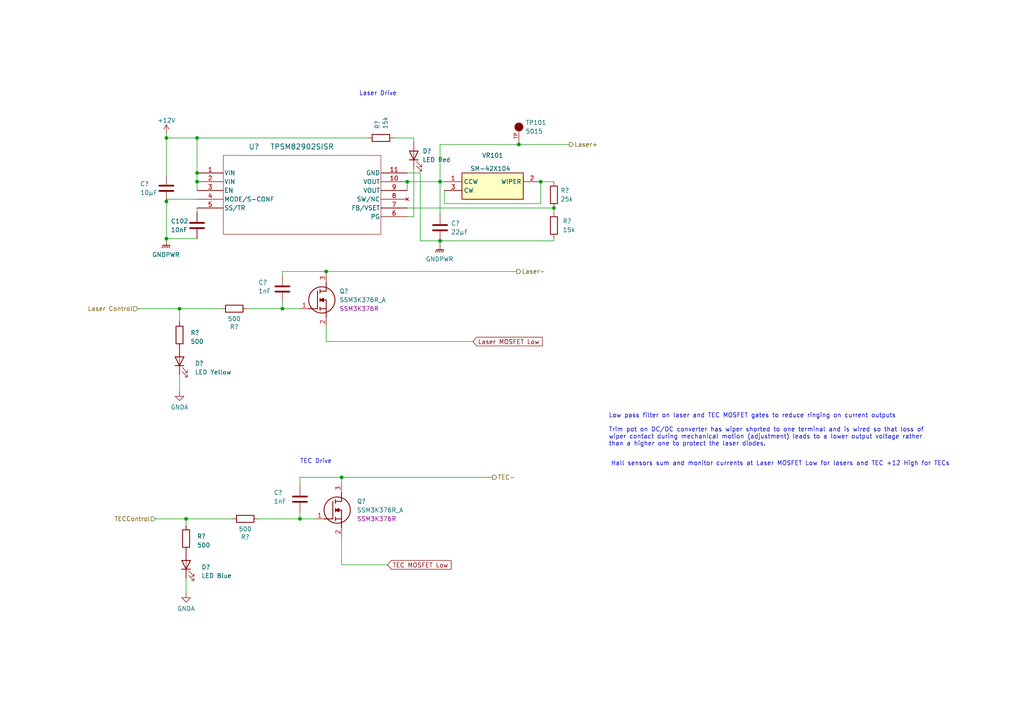
<source format=kicad_sch>
(kicad_sch (version 20230121) (generator eeschema)
  (paper "A4")
  (title_block (rev "NT-0110A"))
  (lib_symbols
    (symbol "Device:C" (pin_numbers hide) (pin_names (offset 0.254))
      (property "Reference" "C" (at 0.635 2.54 0))
      (property "Value" "C" (at 0.635 -2.54 0))
      (symbol "C_0_1"
        (polyline (pts (xy -2.032 -0.762) (xy 2.032 -0.762)) (stroke (width 0.508)))
        (polyline (pts (xy -2.032 0.762) (xy 2.032 0.762)) (stroke (width 0.508)))
      )
      (symbol "C_1_1"
        (pin passive line (at 0 3.81 270) (length 2.794) (name "~") (number "1"))
        (pin passive line (at 0 -3.81 90) (length 2.794) (name "~") (number "2"))
      )
    )
    (symbol "Device:LED" (pin_numbers hide) (pin_names (offset 1.016) hide)
      (property "Reference" "D" (at 0 2.54 0))
      (property "Value" "LED" (at 0 -2.54 0))
      (symbol "LED_0_1"
        (polyline (pts (xy -1.27 -1.27) (xy -1.27 1.27)) (stroke (width 0.254)))
        (polyline (pts (xy -1.27 0) (xy 1.27 0)))
        (polyline (pts (xy 1.27 -1.27) (xy 1.27 1.27) (xy -1.27 0) (xy 1.27 -1.27)) (stroke (width 0.254)))
        (polyline (pts (xy -3.048 -0.762) (xy -4.572 -2.286) (xy -3.81 -2.286) (xy -4.572 -2.286) (xy -4.572 -1.524)))
        (polyline (pts (xy -1.778 -0.762) (xy -3.302 -2.286) (xy -2.54 -2.286) (xy -3.302 -2.286) (xy -3.302 -1.524)))
      )
      (symbol "LED_1_1"
        (pin passive line (at -3.81 0 0) (length 2.54) (name "K") (number "1"))
        (pin passive line (at 3.81 0 180) (length 2.54) (name "A") (number "2"))
      )
    )
    (symbol "Device:R" (pin_numbers hide) (pin_names (offset 0))
      (property "Reference" "R" (at 2.032 0 90))
      (property "Value" "R" (at 0 0 90))
      (symbol "R_0_1"
        (rectangle (start -1.016 -2.54) (end 1.016 2.54) (stroke (width 0.254)))
      )
      (symbol "R_1_1"
        (pin passive line (at 0 3.81 270) (length 1.27) (name "~") (number "1"))
        (pin passive line (at 0 -3.81 90) (length 1.27) (name "~") (number "2"))
      )
    )
    (symbol "Global_Symbol_Library:5015" (pin_names (offset 1.016))
      (property "Reference" "TP" (at -2.54 2.54 0))
      (property "Value" "5015" (at -2.54 -3.81 0))
      (symbol "5015_0_0"
        (circle (center 0 0) (radius 0.635) (stroke (width 1.27)))
        (pin passive line (at -5.08 0 0) (length 5.08) (name "~") (number "TP"))
      )
    )
    (symbol "Global_Symbol_Library:SM-42X104"
      (property "Reference" "VR" (at 24.13 7.62 0))
      (property "Value" "SM-42X104" (at 24.13 5.08 0))
      (symbol "SM-42X104_1_1"
        (rectangle (start 5.08 2.54) (end 22.86 -5.08) (stroke (width 0.254)) (fill (type background)))
        (pin passive line (at 0 0 0) (length 5.08) (name "CCW") (number "1"))
        (pin passive line (at 27.94 0 180) (length 5.08) (name "WIPER") (number "2"))
        (pin passive line (at 0 -2.54 0) (length 5.08) (name "CW") (number "3"))
      )
    )
    (symbol "Global_Symbol_Library:SSM3K376R_A" (pin_names hide)
      (property "Reference" "Q7" (at 10.922 4.6431 0))
      (property "Value" "SSM3K376R_A" (at 10.922 2.1062 0))
      (property "Value_1" "SSM3K376R" (at 10.922 -0.4307 0))
      (symbol "SSM3K376R_A_1_1"
        (polyline (pts (xy 2.54 0) (xy 5.08 0)) (stroke (width 0.254)))
        (polyline (pts (xy 5.08 5.08) (xy 5.08 0)) (stroke (width 0.254)))
        (polyline (pts (xy 5.842 -0.508) (xy 5.842 0.508)) (stroke (width 0.254)))
        (polyline (pts (xy 5.842 0) (xy 7.62 0)) (stroke (width 0.254)))
        (polyline (pts (xy 5.842 2.032) (xy 5.842 3.048)) (stroke (width 0.254)))
        (polyline (pts (xy 5.842 5.588) (xy 5.842 4.572)) (stroke (width 0.254)))
        (polyline (pts (xy 7.62 2.54) (xy 5.842 2.54)) (stroke (width 0.254)))
        (polyline (pts (xy 7.62 2.54) (xy 7.62 -2.54)) (stroke (width 0.254)))
        (polyline (pts (xy 7.62 5.08) (xy 5.842 5.08)) (stroke (width 0.254)))
        (polyline (pts (xy 7.62 5.08) (xy 7.62 7.62)) (stroke (width 0.254)))
        (polyline (pts (xy 5.842 2.54) (xy 6.858 3.048) (xy 6.858 2.032) (xy 5.842 2.54)) (stroke (width 0.254)) (fill (type outline)))
        (circle (center 6.35 2.54) (radius 3.81) (stroke (width 0.254)))
        (pin passive line (at 0 0 0) (length 2.54) (name "G") (number "1"))
        (pin passive line (at 7.62 -5.08 90) (length 2.54) (name "S") (number "2"))
        (pin passive line (at 7.62 10.16 270) (length 2.54) (name "D") (number "3"))
      )
    )
    (symbol "Global_Symbol_Library:TPSM82902SISR_Mod" (pin_names (offset 0.254))
      (property "Reference" "U6" (at 30.48 10.16 0))
      (property "Value" "TPSM82902SISR" (at 30.48 7.62 0))
      (symbol "TPSM82902SISR_Mod_1_1"
        (polyline (pts (xy 7.62 -17.78) (xy 53.34 -17.78)) (stroke (width 0.127)))
        (polyline (pts (xy 7.62 5.08) (xy 7.62 -17.78)) (stroke (width 0.127)))
        (polyline (pts (xy 53.34 -17.78) (xy 53.34 5.08)) (stroke (width 0.127)))
        (polyline (pts (xy 53.34 5.08) (xy 7.62 5.08)) (stroke (width 0.127)))
        (pin power_in line (at 0 0 0) (length 7.62) (name "VIN") (number "1"))
        (pin output line (at 60.96 -2.54 180) (length 7.62) (name "VOUT") (number "10"))
        (pin power_in line (at 60.96 0 180) (length 7.62) (name "GND") (number "11"))
        (pin passive line (at 0 -2.54 0) (length 7.62) (name "VIN") (number "2"))
        (pin input line (at 0 -5.08 0) (length 7.62) (name "EN") (number "3"))
        (pin input line (at 0 -7.62 0) (length 7.62) (name "MODE/S-CONF") (number "4"))
        (pin input line (at 0 -10.16 0) (length 7.62) (name "SS/TR") (number "5"))
        (pin output line (at 60.96 -12.7 180) (length 7.62) (name "PG") (number "6"))
        (pin input line (at 60.96 -10.16 180) (length 7.62) (name "FB/VSET") (number "7"))
        (pin no_connect line (at 60.96 -7.62 180) (length 7.62) (name "SW/NC") (number "8"))
        (pin passive line (at 60.96 -5.08 180) (length 7.62) (name "VOUT") (number "9"))
      )
    )
    (symbol "power:+12V" (power) (pin_names (offset 0))
      (property "Value" "+12V" (at 0 3.556 0))
      (symbol "+12V_0_1"
        (polyline (pts (xy -0.762 1.27) (xy 0 2.54)))
        (polyline (pts (xy 0 0) (xy 0 2.54)))
        (polyline (pts (xy 0 2.54) (xy 0.762 1.27)))
      )
      (symbol "+12V_1_1"
        (pin power_in line (at 0 0 90) (length 0) hide (name "+12V") (number "1"))
      )
    )
    (symbol "power:GNDA" (power) (pin_names (offset 0))
      (property "Value" "GNDA" (at 0 -3.81 0))
      (symbol "GNDA_0_1"
        (polyline (pts (xy 0 0) (xy 0 -1.27) (xy 1.27 -1.27) (xy 0 -2.54) (xy -1.27 -1.27) (xy 0 -1.27)))
      )
      (symbol "GNDA_1_1"
        (pin power_in line (at 0 0 270) (length 0) hide (name "GNDA") (number "1"))
      )
    )
    (symbol "power:GNDPWR" (power) (pin_names (offset 0))
      (property "Value" "GNDPWR" (at 0 -3.302 0))
      (symbol "GNDPWR_0_1"
        (polyline (pts (xy 0 -1.27) (xy 0 0)))
        (polyline (pts (xy -1.016 -1.27) (xy -1.27 -2.032) (xy -1.27 -2.032)) (stroke (width 0.2032)))
        (polyline (pts (xy -0.508 -1.27) (xy -0.762 -2.032) (xy -0.762 -2.032)) (stroke (width 0.2032)))
        (polyline (pts (xy 0 -1.27) (xy -0.254 -2.032) (xy -0.254 -2.032)) (stroke (width 0.2032)))
        (polyline (pts (xy 0.508 -1.27) (xy 0.254 -2.032) (xy 0.254 -2.032)) (stroke (width 0.2032)))
        (polyline (pts (xy 1.016 -1.27) (xy -1.016 -1.27) (xy -1.016 -1.27)) (stroke (width 0.2032)))
        (polyline (pts (xy 1.016 -1.27) (xy 0.762 -2.032) (xy 0.762 -2.032) (xy 0.762 -2.032)) (stroke (width 0.2032)))
      )
      (symbol "GNDPWR_1_1"
        (pin power_in line (at 0 0 270) (length 0) hide (name "GNDPWR") (number "1"))
      )
    )
  )
  (junction (at 52.07 89.535))
  (junction (at 86.995 150.495))
  (junction (at 57.15 50.165))
  (junction (at 127.635 52.705))
  (junction (at 48.26 40.005))
  (junction (at 150.495 41.91))
  (junction (at 53.975 150.495))
  (junction (at 94.615 78.74))
  (junction (at 118.11 52.705))
  (junction (at 160.655 60.325))
  (junction (at 57.15 40.005))
  (junction (at 48.26 69.215))
  (junction (at 156.845 52.705))
  (junction (at 57.15 52.705))
  (junction (at 48.26 58.42))
  (junction (at 99.06 138.43))
  (junction (at 127.635 69.85))
  (junction (at 81.915 89.535))
  (wire (pts (xy 52.07 89.535) (xy 52.07 93.345)))
  (wire (pts (xy 57.15 52.705) (xy 57.15 55.245)))
  (wire (pts (xy 149.86 78.74) (xy 94.615 78.74)))
  (wire (pts (xy 57.15 40.005) (xy 57.15 50.165)))
  (wire (pts (xy 99.06 140.335) (xy 99.06 138.43)))
  (wire (pts (xy 48.26 40.005) (xy 48.26 50.8)))
  (wire (pts (xy 121.92 50.165) (xy 121.92 69.85)))
  (wire (pts (xy 86.995 140.97) (xy 86.995 138.43)))
  (wire (pts (xy 118.11 60.325) (xy 160.655 60.325)))
  (wire (pts (xy 99.06 138.43) (xy 142.875 138.43)))
  (wire (pts (xy 150.495 41.91) (xy 165.1 41.91)))
  (wire (pts (xy 120.015 62.865) (xy 120.015 48.895)))
  (wire (pts (xy 45.085 150.495) (xy 53.975 150.495)))
  (wire (pts (xy 74.93 150.495) (xy 86.995 150.495)))
  (wire (pts (xy 48.26 58.42) (xy 48.26 69.215)))
  (wire (pts (xy 53.975 167.64) (xy 53.975 172.085)))
  (wire (pts (xy 71.755 89.535) (xy 81.915 89.535)))
  (wire (pts (xy 114.3 40.005) (xy 120.015 40.005)))
  (wire (pts (xy 127.635 69.85) (xy 160.655 69.85)))
  (wire (pts (xy 52.07 89.535) (xy 64.135 89.535)))
  (wire (pts (xy 99.06 163.83) (xy 112.395 163.83)))
  (wire (pts (xy 48.26 69.215) (xy 48.26 69.85)))
  (wire (pts (xy 121.92 69.85) (xy 127.635 69.85)))
  (wire (pts (xy 57.15 40.005) (xy 106.68 40.005)))
  (wire (pts (xy 118.11 62.865) (xy 120.015 62.865)))
  (wire (pts (xy 86.995 138.43) (xy 99.06 138.43)))
  (wire (pts (xy 57.15 57.785) (xy 48.26 57.785)))
  (wire (pts (xy 94.615 78.74) (xy 94.615 79.375)))
  (wire (pts (xy 57.15 50.165) (xy 57.15 52.705)))
  (wire (pts (xy 48.26 38.735) (xy 48.26 40.005)))
  (wire (pts (xy 128.905 59.055) (xy 128.905 55.245)))
  (wire (pts (xy 120.015 40.005) (xy 120.015 41.275)))
  (wire (pts (xy 52.07 108.585) (xy 52.07 113.665)))
  (wire (pts (xy 118.11 52.705) (xy 127.635 52.705)))
  (wire (pts (xy 94.615 94.615) (xy 94.615 99.06)))
  (wire (pts (xy 81.915 78.74) (xy 94.615 78.74)))
  (wire (pts (xy 156.845 52.705) (xy 160.655 52.705)))
  (wire (pts (xy 81.915 80.01) (xy 81.915 78.74)))
  (wire (pts (xy 127.635 41.91) (xy 127.635 52.705)))
  (wire (pts (xy 118.11 50.165) (xy 121.92 50.165)))
  (wire (pts (xy 48.26 40.005) (xy 57.15 40.005)))
  (wire (pts (xy 81.915 89.535) (xy 86.995 89.535)))
  (wire (pts (xy 57.15 60.325) (xy 57.15 61.595)))
  (wire (pts (xy 127.635 52.705) (xy 127.635 62.23)))
  (wire (pts (xy 81.915 87.63) (xy 81.915 89.535)))
  (wire (pts (xy 48.26 69.215) (xy 57.15 69.215)))
  (wire (pts (xy 160.655 69.85) (xy 160.655 69.215)))
  (wire (pts (xy 40.005 89.535) (xy 52.07 89.535)))
  (wire (pts (xy 127.635 71.12) (xy 127.635 69.85)))
  (wire (pts (xy 127.635 52.705) (xy 128.905 52.705)))
  (wire (pts (xy 53.975 150.495) (xy 67.31 150.495)))
  (wire (pts (xy 86.995 148.59) (xy 86.995 150.495)))
  (wire (pts (xy 128.905 59.055) (xy 156.845 59.055)))
  (wire (pts (xy 156.845 59.055) (xy 156.845 52.705)))
  (wire (pts (xy 86.995 150.495) (xy 91.44 150.495)))
  (wire (pts (xy 99.06 155.575) (xy 99.06 163.83)))
  (wire (pts (xy 127.635 41.91) (xy 150.495 41.91)))
  (wire (pts (xy 94.615 99.06) (xy 137.16 99.06)))
  (wire (pts (xy 53.975 150.495) (xy 53.975 152.4)))
  (wire (pts (xy 118.11 52.705) (xy 118.11 55.245)))
  (wire (pts (xy 48.26 57.785) (xy 48.26 58.42)))
  (wire (pts (xy 160.655 61.595) (xy 160.655 60.325)))
  (text "TEC Drive" (at 86.995 134.62 0) (effects (font (size 1.27 1.27)) (justify left bottom)))
  (text "Laser Drive" (at 104.14 27.94 0) (effects (font (size 1.27 1.27)) (justify left bottom)))
  (text "Hall sensors sum and monitor currents at Laser MOSFET Low for lasers and TEC +12 High for TECs" (at 177.165 135.255 0) (effects (font (size 1.27 1.27)) (justify left bottom)))
  (text "Low pass filter on laser and TEC MOSFET gates to reduce ringing on current outputs\n\nTrim pot on DC/DC converter has wiper shorted to one terminal and is wired so that loss of \nwiper contact during mechanical motion (adjustment) leads to a lower output voltage rather\nthan a higher one to protect the laser diodes." (at 176.53 129.54 0) (effects (font (size 1.27 1.27)) (justify left bottom)))
  (global_label "Laser MOSFET Low" (shape input) (at 137.16 99.06 0) (property "Intersheetrefs" "${INTERSHEET_REFS}" (effects hide)))
  (global_label "TEC MOSFET Low" (shape input) (at 112.395 163.83 0) (property "Intersheetrefs" "${INTERSHEET_REFS}" (effects hide)))
  (hierarchical_label "Laser Control" (shape input) (at 40.005 89.535 180))
  (hierarchical_label "Laser-" (shape output) (at 149.86 78.74 0))
  (hierarchical_label "TECControl" (shape input) (at 45.085 150.495 180))
  (hierarchical_label "TEC-" (shape output) (at 142.875 138.43 0))
  (hierarchical_label "Laser+" (shape output) (at 165.1 41.91 0))
  (symbol (lib_id "Global_Symbol_Library:TPSM82902SISR_Mod") (at 57.15 50.165 0) (unit 1)
    (property "Reference" "U?" (at 73.66 42.545 0) (effects (font (size 1.524 1.524))))
    (property "Value" "TPSM82902SISR" (at 87.63 42.545 0) (effects (font (size 1.524 1.524))))
    (property "Footprint" "Global_Footprint_Library:uSIP11_SIS_TEX_Mod" (effects hide))
    (property "Datasheet" "https://www.ti.com/lit/ds/symlink/tpsm82902.pdf" (effects hide))
    (property "DESCRIPTION" "3-V TO 17-V, 2-A HIGH EFFICIENCY" (effects hide))
    (property "Digikey_Part_Number" "296-TPSM82902SISRCT-ND" (effects hide))
    (property "Manufacturer Part Number" "TPSM82902SISR" (effects hide))
    (property "PRICE" "3.678" (effects hide))
    (property "Manufacturer_Name" "Texas Instruments" (effects hide))
    (instances (project "HSHS Interface Board 1010C" (path "" (reference "U?") (unit 1)) (path "" (reference "U101") (unit 1)) (path "" (reference "U201") (unit 1)) (path "" (reference "U301") (unit 1)) (path "" (reference "U401") (unit 1))))
  )
  (symbol (lib_id "power:GNDPWR") (at 127.635 71.12 0) (unit 1)
    (property "Reference" "#PWR?" (effects hide))
    (property "Value" "GNDPWR" (at 127.508 75.157 0))
    (instances (project "uniboard_hall_sensor_zones_NT_0108A" (path "" (reference "#PWR?") (unit 1))) (project "HSHS Interface Board 1010C" (path "" (reference "#PWR?") (unit 1)) (path "" (reference "#PWR0203") (unit 1)) (path "" (reference "#PWR0303") (unit 1)) (path "" (reference "#PWR0403") (unit 1)) (path "" (reference "#PWR0103") (unit 1))))
  )
  (symbol (lib_id "power:GNDA") (at 53.975 172.085 0) (unit 1)
    (property "Reference" "#PWR?" (effects hide))
    (property "Value" "GNDA" (at 53.975 176.5284 0))
    (instances (project "uniboard_hall_sensor_zones_NT_0108A" (path "" (reference "#PWR?") (unit 1))) (project "HSHS Interface Board 1010C" (path "" (reference "#PWR?") (unit 1)) (path "" (reference "#PWR0205") (unit 1)) (path "" (reference "#PWR0305") (unit 1)) (path "" (reference "#PWR0405") (unit 1)) (path "" (reference "#PWR0105") (unit 1))))
  )
  (symbol (lib_id "Device:R") (at 67.945 89.535 90) (unit 1)
    (property "Reference" "R?" (at 67.945 94.7928 90))
    (property "Value" "500" (at 67.945 92.4814 90))
    (property "Footprint" "Global_Footprint_Library:R_0603_1608Metric_Small_Font" (effects hide))
    (property "Manufacturer Part Number" "RMCF0603FT10K0" (effects hide))
    (property "Price Unit 1" ".1" (effects hide))
    (property "Description" "RES 499 OHM 1% 1/10W 0603" (effects hide))
    (property "Digikey_Part_Number" "RMCF0603FT10K0CT-ND" (effects hide))
    (property "Digikey_Price/Stock" "https://www.digikey.com/en/products/detail/yageo/RC0603FR-10499RL/14008359" (effects hide))
    (property "Manufacturer_Name" "Yageo" (effects hide))
    (property "Manufacturer_Part_Number" "RC0603FR-10499RL" (effects hide))
    (property "DESCRIPTION" "RES 10K OHM 1% 1/10W 0603" (effects hide))
    (property "PRICE" "0.0075" (effects hide))
    (instances (project "uniboard_hall_sensor_zones_NT_0108A" (path "" (reference "R?") (unit 1)) (path "" (reference "R?") (unit 1)) (path "" (reference "R?") (unit 1)) (path "" (reference "R?") (unit 1)) (path "" (reference "R?") (unit 1)) (path "" (reference "R?") (unit 1)) (path "" (reference "R?") (unit 1)) (path "" (reference "R?") (unit 1))) (project "HSHS Interface Board 1010C" (path "" (reference "R?") (unit 1)) (path "" (reference "R104") (unit 1)) (path "" (reference "R204") (unit 1)) (path "" (reference "R304") (unit 1)) (path "" (reference "R404") (unit 1))))
  )
  (symbol (lib_id "Device:C") (at 48.26 54.61 0) (unit 1)
    (property "Reference" "C?" (at 40.64 53.34 0) (effects (justify left)))
    (property "Value" "10µF" (at 40.64 55.88 0) (effects (justify left)))
    (property "Footprint" "Capacitor_SMD:C_0805_2012Metric" (effects hide))
    (property "Digikey_Part_Number" "1276-1096-1-ND" (effects hide))
    (property "DESCRIPTION" "CAP CER 10UF 16V X5R 0805" (effects hide))
    (property "Manufacturer Part Number" "CL21A106KOQNNNE" (effects hide))
    (property "PRICE" "0.07" (effects hide))
    (instances (project "HSHS Interface Board 1010C" (path "" (reference "C?") (unit 1)) (path "" (reference "C101") (unit 1)) (path "" (reference "C201") (unit 1)) (path "" (reference "C301") (unit 1)) (path "" (reference "C401") (unit 1))))
  )
  (symbol (lib_id "power:+12V") (at 48.26 38.735 0) (unit 1)
    (property "Reference" "#PWR?" (effects hide))
    (property "Value" "+12V" (at 48.26 34.925 0))
    (instances (project "HSHS Interface Board 1010C" (path "" (reference "#PWR?") (unit 1)) (path "" (reference "#PWR0201") (unit 1)) (path "" (reference "#PWR0301") (unit 1)) (path "" (reference "#PWR0401") (unit 1)) (path "" (reference "#PWR0101") (unit 1))))
  )
  (symbol (lib_id "Device:R") (at 71.12 150.495 90) (unit 1)
    (property "Reference" "R?" (at 71.12 155.7528 90))
    (property "Value" "500" (at 71.12 153.4414 90))
    (property "Footprint" "Global_Footprint_Library:R_0603_1608Metric_Small_Font" (effects hide))
    (property "Manufacturer Part Number" "RMCF0603FT10K0" (effects hide))
    (property "Price Unit 1" ".1" (effects hide))
    (property "Description" "RES 499 OHM 1% 1/10W 0603" (effects hide))
    (property "Digikey_Part_Number" "RMCF0603FT10K0CT-ND" (effects hide))
    (property "Digikey_Price/Stock" "https://www.digikey.com/en/products/detail/yageo/RC0603FR-10499RL/14008359" (effects hide))
    (property "Manufacturer_Name" "Yageo" (effects hide))
    (property "Manufacturer_Part_Number" "RC0603FR-10499RL" (effects hide))
    (property "DESCRIPTION" "RES 10K OHM 1% 1/10W 0603" (effects hide))
    (property "PRICE" "0.0075" (effects hide))
    (instances (project "uniboard_hall_sensor_zones_NT_0108A" (path "" (reference "R?") (unit 1)) (path "" (reference "R?") (unit 1)) (path "" (reference "R?") (unit 1)) (path "" (reference "R?") (unit 1)) (path "" (reference "R?") (unit 1)) (path "" (reference "R?") (unit 1)) (path "" (reference "R?") (unit 1)) (path "" (reference "R?") (unit 1))) (project "HSHS Interface Board 1010C" (path "" (reference "R?") (unit 1)) (path "" (reference "R106") (unit 1)) (path "" (reference "R206") (unit 1)) (path "" (reference "R306") (unit 1)) (path "" (reference "R406") (unit 1))))
  )
  (symbol (lib_id "Device:R") (at 110.49 40.005 90) (unit 1)
    (property "Reference" "R?" (at 109.4486 37.465 0) (effects (justify left)))
    (property "Value" "15k" (at 111.76 37.465 0) (effects (justify left)))
    (property "Footprint" "Global_Footprint_Library:R_0603_1608Metric_Small_Font" (effects hide))
    (property "Description" "RES 2.2K OHM 1% 1/10W 0603" (effects hide))
    (property "Manufacturer Part Number" "RC0603FR-0715KL" (effects hide))
    (property "Price Unit 1" ".1" (effects hide))
    (property "Digikey_Part_Number" "311-15.0KHRCT-ND" (effects hide))
    (property "Digikey_Price/Stock" "https://www.digikey.com/en/products/detail/yageo/RC0603FR-132K2L/13694214" (effects hide))
    (property "Manufacturer_Name" "Yageo" (effects hide))
    (property "Manufacturer_Part_Number" "RC0603FR-132K2L" (effects hide))
    (property "DESCRIPTION" "RES 15K OHM 1% 1/10W 0603" (effects hide))
    (property "PRICE" "0.0093" (effects hide))
    (instances (project "uniboard_hall_sensor_zones_NT_0108A" (path "" (reference "R?") (unit 1))) (project "HSHS Interface Board 1010C" (path "" (reference "R?") (unit 1)) (path "" (reference "R201") (unit 1)) (path "" (reference "R301") (unit 1)) (path "" (reference "R401") (unit 1)) (path "" (reference "R101") (unit 1))))
  )
  (symbol (lib_id "Device:C") (at 86.995 144.78 0) (unit 1)
    (property "Reference" "C?" (at 79.375 142.875 0) (effects (justify left)))
    (property "Value" "1nF" (at 79.375 145.415 0) (effects (justify left)))
    (property "Footprint" "Global_Footprint_Library:C_0603_1608Metric_Small_Font" (effects hide))
    (property "Digikey_Part_Number" "399-C0603C103K3RAC7867CT-ND" (effects hide))
    (property "DESCRIPTION" "CAP CER 10000PF 25V X7R 0603" (effects hide))
    (property "Manufacturer Part Number" "C0603C103K3RAC7867" (effects hide))
    (property "PRICE" "0.0263" (effects hide))
    (instances (project "HSHS Interface Board 1010C" (path "" (reference "C?") (unit 1)) (path "" (reference "C105") (unit 1)) (path "" (reference "C205") (unit 1)) (path "" (reference "C305") (unit 1)) (path "" (reference "C405") (unit 1))))
  )
  (symbol (lib_id "Device:R") (at 52.07 97.155 0) (unit 1)
    (property "Reference" "R?" (at 55.245 96.5231 0) (effects (justify left)))
    (property "Value" "500" (at 55.245 99.06 0) (effects (justify left)))
    (property "Footprint" "Global_Footprint_Library:R_0603_1608Metric_Small_Font" (effects hide))
    (property "Description" "RES 499 OHM 1% 1/10W 0603" (effects hide))
    (property "Digikey_Part_Number" "13-RC0603FR-10499RLCT-ND" (effects hide))
    (property "Digikey_Price/Stock" "https://www.digikey.com/en/products/detail/yageo/RC0603FR-10499RL/14008359" (effects hide))
    (property "Manufacturer_Name" "Yageo" (effects hide))
    (property "Manufacturer_Part_Number" "RC0603FR-10499RL" (effects hide))
    (property "Price Unit 1" ".1" (effects hide))
    (property "DESCRIPTION" "RES 499 OHM 1% 1/10W 0603" (effects hide))
    (property "Manufacturer Part Number" "RC0603FR-10499RL" (effects hide))
    (property "PRICE" "0.0112" (effects hide))
    (instances (project "uniboard_hall_sensor_zones_NT_0108A" (path "" (reference "R?") (unit 1))) (project "HSHS Interface Board 1010C" (path "" (reference "R?") (unit 1)) (path "" (reference "R205") (unit 1)) (path "" (reference "R305") (unit 1)) (path "" (reference "R405") (unit 1)) (path "" (reference "R105") (unit 1))))
  )
  (symbol (lib_id "Device:R") (at 160.655 65.405 0) (unit 1)
    (property "Reference" "R?" (at 163.195 64.135 0) (effects (justify left)))
    (property "Value" "15k" (at 163.195 66.675 0) (effects (justify left)))
    (property "Footprint" "Global_Footprint_Library:R_0603_1608Metric_Small_Font" (effects hide))
    (property "DESCRIPTION" "RES 15K OHM 1% 1/10W 0603" (effects hide))
    (property "Digikey_Part_Number" "311-15.0KHRCT-ND" (effects hide))
    (property "Manufacturer Part Number" "RC0603FR-0715KL" (effects hide))
    (property "PRICE" "0.0093" (effects hide))
    (instances (project "HSHS Interface Board 1010C" (path "" (reference "R?") (unit 1)) (path "" (reference "R103") (unit 1)) (path "" (reference "R203") (unit 1)) (path "" (reference "R303") (unit 1)) (path "" (reference "R403") (unit 1))))
  )
  (symbol (lib_id "Global_Symbol_Library:SM-42X104") (at 128.905 52.705 0) (unit 1)
    (property "Reference" "VR101" (at 142.875 45.085 0))
    (property "Value" "SM-42X104" (at 142.24 48.895 0))
    (property "Footprint" "Global_Footprint_Library:SM42X104_Smaller_Courtyard" (effects hide))
    (property "Datasheet" "https://www.nidec-copal-electronics.com/j/catalog/trimmer/sm-42&sm-43.pdf" (effects hide))
    (property "Height" "5.6" (effects hide))
    (property "Manufacturer_Name" "NIDEC COPAL" (effects hide))
    (property "Manufacturer_Part_Number" "SM-42X104" (effects hide))
    (property "Mouser Part Number" "229-SM-42X104" (effects hide))
    (property "Mouser Price/Stock" "https://www.mouser.co.uk/ProductDetail/Nidec-Copal/SM-42X104?qs=XeJtXLiO41RrA2qtCLniIg%3D%3D" (effects hide))
    (property "DESCRIPTION" "TRIMMER 100K OHM 0.25W GW TOP" (effects hide))
    (property "Digikey_Part_Number" "SM-42TX104CT-ND" (effects hide))
    (property "Manufacturer Part Number" "SM-42TX104" (effects hide))
    (property "PRICE" "3.874" (effects hide))
    (instances (project "HSHS Interface Board 1010C" (path "" (reference "VR101") (unit 1)) (path "" (reference "VR201") (unit 1)) (path "" (reference "VR301") (unit 1)) (path "" (reference "VR401") (unit 1))))
  )
  (symbol (lib_id "Device:C") (at 81.915 83.82 0) (unit 1)
    (property "Reference" "C?" (at 74.93 81.915 0) (effects (justify left)))
    (property "Value" "1nF" (at 74.93 84.455 0) (effects (justify left)))
    (property "Footprint" "Global_Footprint_Library:C_0603_1608Metric_Small_Font" (effects hide))
    (property "Digikey_Part_Number" "399-C0603C103K3RAC7867CT-ND" (effects hide))
    (property "DESCRIPTION" "CAP CER 10000PF 25V X7R 0603" (effects hide))
    (property "Manufacturer Part Number" "C0603C103K3RAC7867" (effects hide))
    (property "PRICE" "0.0263" (effects hide))
    (instances (project "HSHS Interface Board 1010C" (path "" (reference "C?") (unit 1)) (path "" (reference "C104") (unit 1)) (path "" (reference "C204") (unit 1)) (path "" (reference "C304") (unit 1)) (path "" (reference "C404") (unit 1))))
  )
  (symbol (lib_id "Device:LED") (at 53.975 163.83 90) (unit 1)
    (property "Reference" "D?" (at 58.42 164.4681 90) (effects (justify right)))
    (property "Value" "LED Blue" (at 58.42 167.005 90) (effects (justify right)))
    (property "Footprint" "Global_Footprint_Library:AA1608 Generic Kingbrite LED" (effects hide))
    (property "Datasheet" "https://www.kingbrightusa.com/images/catalog/SPEC/AA1608QBS-D-10MAV.pdf" (effects hide))
    (property "Description" "1.6X0.8MM BLUE SMD LED" (effects hide))
    (property "Digikey_Part_Number" "754-AA1608QBS/D-10MAVCT-ND" (effects hide))
    (property "Digikey_Price/Stock" "https://www.digikey.com/en/products/detail/kingbright/AA1608QBS-D-10MAV/13997416?s=N4IgTCBcDaIOwFYAsBaAgmgjANgAwA4BFAIQGUB6AERU1wFk0A1AYQBUUA5SkAXQF8gA" (effects hide))
    (property "Manufacturer_Name" "Kingbright" (effects hide))
    (property "Manufacturer_Part_Number" "AA1608QBS/D-10MAV" (effects hide))
    (property "Price Unit 1" "0.51" (effects hide))
    (property "DESCRIPTION" "LED BLUE CLEAR 0603 SMD" (effects hide))
    (property "Manufacturer Part Number" "AA1608QBS/D-10MAV" (effects hide))
    (property "PRICE" "0.315" (effects hide))
    (instances (project "uniboard_hall_sensor_zones_NT_0108A" (path "" (reference "D?") (unit 1))) (project "HSHS Interface Board 1010C" (path "" (reference "D?") (unit 1)) (path "" (reference "D203") (unit 1)) (path "" (reference "D303") (unit 1)) (path "" (reference "D403") (unit 1)) (path "" (reference "D103") (unit 1))))
  )
  (symbol (lib_id "Device:C") (at 57.15 65.405 0) (unit 1)
    (property "Reference" "C102" (at 49.53 64.135 0) (effects (justify left)))
    (property "Value" "10nF" (at 49.53 66.675 0) (effects (justify left)))
    (property "Footprint" "Global_Footprint_Library:C_0603_1608Metric_Small_Font" (effects hide))
    (property "Digikey_Part_Number" "399-C0603C103K3RAC7867CT-ND" (effects hide))
    (property "DESCRIPTION" "CAP CER 10000PF 25V X7R 0603" (effects hide))
    (property "Manufacturer Part Number" "C0603C103K3RAC7867" (effects hide))
    (property "PRICE" "0.0263" (effects hide))
    (instances (project "HSHS Interface Board 1010C" (path "" (reference "C102") (unit 1)) (path "" (reference "C202") (unit 1)) (path "" (reference "C302") (unit 1)) (path "" (reference "C402") (unit 1))))
  )
  (symbol (lib_id "Global_Symbol_Library:SSM3K376R_A") (at 86.995 89.535 0) (unit 1)
    (property "Reference" "Q?" (at 98.425 84.455 0) (effects (justify left)))
    (property "Value" "SSM3K376R_A" (at 98.425 86.995 0) (effects (justify left)))
    (property "Footprint" "Global_Footprint_Library:SSM3K376R_Mod_A" (effects hide))
    (property "Datasheet" "https://toshiba.semicon-storage.com/info/SSM3K376R_datasheet_en_20210528.pdf?did=60463&prodName=SSM3K376R" (effects hide))
    (property "Value_1" "SSM3K376R" (at 98.425 89.535 0) (effects (justify left)))
    (property "Footprint_1" "SOTFL95P240X88-3N" (effects hide))
    (property "Datasheet_1" "https://toshiba.semicon-storage.com/info/docget.jsp?did=60463&prodName=SSM3K376R" (effects hide))
    (property "Height" ".8" (effects hide))
    (property "Manufacturer_Name" "Toshiba Semiconductor and Storage" (effects hide))
    (property "Manufacturer_Part_Number" "SSM3K376R,LF" (effects hide))
    (property "Description" "MOSFET N-CH 30V 4A SOT23F" (effects hide))
    (property "Digikey_Part_Number" "SSM3K376RLFTR-ND" (effects hide))
    (property "Digikey_Price/Stock" "https://www.digikey.com/en/products/detail/toshiba-semiconductor-and-storage/SSM3K376R-LF/9472331" (effects hide))
    (property "Price Unit 1" ".43" (effects hide))
    (property "Vendor Web Page" "https://toshiba.semicon-storage.com/us/semiconductor/product/mosfets/detail.SSM3K376R.html" (effects hide))
    (property "DESCRIPTION" "MOSFET N-CH 30V 4A SOT23F" (effects hide))
    (property "Manufacturer Part Number" "SSM3K376R,LF" (effects hide))
    (property "PRICE" "0.289" (effects hide))
    (instances (project "uniboard_hall_sensor_zones_NT_0108A" (path "" (reference "Q?") (unit 1)) (path "" (reference "Q?") (unit 1)) (path "" (reference "Q?") (unit 1)) (path "" (reference "Q?") (unit 1)) (path "" (reference "Q?") (unit 1)) (path "" (reference "Q?") (unit 1)) (path "" (reference "Q?") (unit 1)) (path "" (reference "Q?") (unit 1))) (project "HSHS Interface Board 1010C" (path "" (reference "Q?") (unit 1)) (path "" (reference "Q101") (unit 1)) (path "" (reference "Q201") (unit 1)) (path "" (reference "Q301") (unit 1)) (path "" (reference "Q401") (unit 1))))
  )
  (symbol (lib_id "power:GNDPWR") (at 48.26 69.85 0) (unit 1)
    (property "Reference" "#PWR?" (effects hide))
    (property "Value" "GNDPWR" (at 48.133 73.887 0))
    (instances (project "uniboard_hall_sensor_zones_NT_0108A" (path "" (reference "#PWR?") (unit 1))) (project "HSHS Interface Board 1010C" (path "" (reference "#PWR?") (unit 1)) (path "" (reference "#PWR0202") (unit 1)) (path "" (reference "#PWR0302") (unit 1)) (path "" (reference "#PWR0402") (unit 1)) (path "" (reference "#PWR0102") (unit 1))))
  )
  (symbol (lib_id "Device:LED") (at 120.015 45.085 90) (unit 1)
    (property "Reference" "D?" (at 122.555 43.8181 90) (effects (justify right)))
    (property "Value" "LED Red" (at 122.555 46.355 90) (effects (justify right)))
    (property "Footprint" "Global_Footprint_Library:AA1608 Generic Kingbrite LED" (effects hide))
    (property "Datasheet" "https://www.kingbrightusa.com/images/catalog/SPEC/AA1608SURSK.pdf" (effects hide))
    (property "Description" "1.6X0.8MM BLUE SMD LED" (effects hide))
    (property "Digikey_Part_Number" "754-AA1608SURSKCT-ND" (effects hide))
    (property "Digikey_Price/Stock" "https://www.digikey.com/en/products/detail/kingbright/AA1608QBS-D-10MAV/13997416?s=N4IgTCBcDaIOwFYAsBaAgmgjANgAwA4BFAIQGUB6AERU1wFk0A1AYQBUUA5SkAXQF8gA" (effects hide))
    (property "Manufacturer_Name" "Kingbright" (effects hide))
    (property "Manufacturer_Part_Number" "AA1608QBS/D-10MAV" (effects hide))
    (property "Price Unit 1" "0.51" (effects hide))
    (property "DESCRIPTION" "LED RED CLEAR 0603 SMD" (effects hide))
    (property "Manufacturer Part Number" "AA1608SURSK" (effects hide))
    (property "PRICE" "0.315" (effects hide))
    (instances (project "uniboard_hall_sensor_zones_NT_0108A" (path "" (reference "D?") (unit 1))) (project "HSHS Interface Board 1010C" (path "" (reference "D?") (unit 1)) (path "" (reference "D201") (unit 1)) (path "" (reference "D301") (unit 1)) (path "" (reference "D401") (unit 1)) (path "" (reference "D101") (unit 1))))
  )
  (symbol (lib_id "Device:R") (at 53.975 156.21 0) (unit 1)
    (property "Reference" "R?" (at 57.15 155.5781 0) (effects (justify left)))
    (property "Value" "500" (at 57.15 158.115 0) (effects (justify left)))
    (property "Footprint" "Global_Footprint_Library:R_0603_1608Metric_Small_Font" (effects hide))
    (property "Description" "RES 499 OHM 1% 1/10W 0603" (effects hide))
    (property "Digikey_Part_Number" "13-RC0603FR-10499RLCT-ND" (effects hide))
    (property "Digikey_Price/Stock" "https://www.digikey.com/en/products/detail/yageo/RC0603FR-10499RL/14008359" (effects hide))
    (property "Manufacturer_Name" "Yageo" (effects hide))
    (property "Manufacturer_Part_Number" "RC0603FR-10499RL" (effects hide))
    (property "Price Unit 1" ".1" (effects hide))
    (property "DESCRIPTION" "RES 499 OHM 1% 1/10W 0603" (effects hide))
    (property "Manufacturer Part Number" "RC0603FR-10499RL" (effects hide))
    (property "PRICE" "0.0112" (effects hide))
    (instances (project "uniboard_hall_sensor_zones_NT_0108A" (path "" (reference "R?") (unit 1))) (project "HSHS Interface Board 1010C" (path "" (reference "R?") (unit 1)) (path "" (reference "R207") (unit 1)) (path "" (reference "R307") (unit 1)) (path "" (reference "R407") (unit 1)) (path "" (reference "R107") (unit 1))))
  )
  (symbol (lib_id "power:GNDA") (at 52.07 113.665 0) (unit 1)
    (property "Reference" "#PWR?" (effects hide))
    (property "Value" "GNDA" (at 52.07 118.1084 0))
    (instances (project "uniboard_hall_sensor_zones_NT_0108A" (path "" (reference "#PWR?") (unit 1))) (project "HSHS Interface Board 1010C" (path "" (reference "#PWR?") (unit 1)) (path "" (reference "#PWR0204") (unit 1)) (path "" (reference "#PWR0304") (unit 1)) (path "" (reference "#PWR0404") (unit 1)) (path "" (reference "#PWR0104") (unit 1))))
  )
  (symbol (lib_id "Global_Symbol_Library:SSM3K376R_A") (at 91.44 150.495 0) (unit 1)
    (property "Reference" "Q?" (at 103.505 145.415 0) (effects (justify left)))
    (property "Value" "SSM3K376R_A" (at 103.505 147.955 0) (effects (justify left)))
    (property "Footprint" "Global_Footprint_Library:SSM3K376R_Mod_A" (effects hide))
    (property "Datasheet" "https://toshiba.semicon-storage.com/info/SSM3K376R_datasheet_en_20210528.pdf?did=60463&prodName=SSM3K376R" (effects hide))
    (property "Value_1" "SSM3K376R" (at 103.505 150.495 0) (effects (justify left)))
    (property "Footprint_1" "SOTFL95P240X88-3N" (effects hide))
    (property "Datasheet_1" "https://toshiba.semicon-storage.com/info/docget.jsp?did=60463&prodName=SSM3K376R" (effects hide))
    (property "Height" ".8" (effects hide))
    (property "Manufacturer_Name" "Toshiba Semiconductor and Storage" (effects hide))
    (property "Manufacturer_Part_Number" "SSM3K376R,LF" (effects hide))
    (property "Description" "MOSFET N-CH 30V 4A SOT23F" (effects hide))
    (property "Digikey_Part_Number" "SSM3K376RLFTR-ND" (effects hide))
    (property "Digikey_Price/Stock" "https://www.digikey.com/en/products/detail/toshiba-semiconductor-and-storage/SSM3K376R-LF/9472331" (effects hide))
    (property "Price Unit 1" ".43" (effects hide))
    (property "Vendor Web Page" "https://toshiba.semicon-storage.com/us/semiconductor/product/mosfets/detail.SSM3K376R.html" (effects hide))
    (property "DESCRIPTION" "MOSFET N-CH 30V 4A SOT23F" (effects hide))
    (property "Manufacturer Part Number" "SSM3K376R,LF" (effects hide))
    (property "PRICE" "0.289" (effects hide))
    (instances (project "uniboard_hall_sensor_zones_NT_0108A" (path "" (reference "Q?") (unit 1)) (path "" (reference "Q?") (unit 1)) (path "" (reference "Q?") (unit 1)) (path "" (reference "Q?") (unit 1)) (path "" (reference "Q?") (unit 1)) (path "" (reference "Q?") (unit 1)) (path "" (reference "Q?") (unit 1)) (path "" (reference "Q?") (unit 1))) (project "HSHS Interface Board 1010C" (path "" (reference "Q?") (unit 1)) (path "" (reference "Q102") (unit 1)) (path "" (reference "Q202") (unit 1)) (path "" (reference "Q302") (unit 1)) (path "" (reference "Q402") (unit 1))))
  )
  (symbol (lib_id "Device:C") (at 127.635 66.04 0) (unit 1)
    (property "Reference" "C?" (at 130.81 64.77 0) (effects (justify left)))
    (property "Value" "22µF" (at 130.81 67.31 0) (effects (justify left)))
    (property "Footprint" "Capacitor_SMD:C_0805_2012Metric" (effects hide))
    (property "Digikey_Part_Number" "445-14560-1-ND" (effects hide))
    (property "DESCRIPTION" "CAP CER 22UF 10V X7S 0805" (effects hide))
    (property "Manufacturer Part Number" "C2012X7S1A226M125AC" (effects hide))
    (property "PRICE" "0.462" (effects hide))
    (instances (project "HSHS Interface Board 1010C" (path "" (reference "C?") (unit 1)) (path "" (reference "C103") (unit 1)) (path "" (reference "C203") (unit 1)) (path "" (reference "C303") (unit 1)) (path "" (reference "C403") (unit 1))))
  )
  (symbol (lib_id "Global_Symbol_Library:5015") (at 150.495 36.83 90) (unit 1)
    (property "Reference" "TP101" (at 152.4 35.56 90) (effects (justify right)))
    (property "Value" "5015" (at 152.4 38.1 90) (effects (justify right)))
    (property "Footprint" "Global_Footprint_Library:KEYSTONE_5015" (effects hide))
    (property "Datasheet" "https://www.keyelco.com/userAssets/file/M65p55.pdf" (effects hide))
    (property "MF" "Keystone Electronics" (effects hide))
    (property "DESCRIPTION" "SMT Test Point- Micro Miniature-1000 pc Reels" (effects hide))
    (property "PACKAGE" "None" (effects hide))
    (property "PRICE" "0.3684" (effects hide))
    (property "MP" "5015" (effects hide))
    (property "AVAILABILITY" "In Stock" (effects hide))
    (property "PURCHASE-URL" "https://pricing.snapeda.com/search/part/5015/?ref=eda" (effects hide))
    (property "Digikey_Part_Number" "36-5015CT-ND" (effects hide))
    (property "Manufacturer Part Number" "5015" (effects hide))
    (property "Manufacturer_Name" "Keystone Electronics" (effects hide))
    (instances (project "HSHS Interface Board 1010C" (path "" (reference "TP101") (unit 1)) (path "" (reference "TP201") (unit 1)) (path "" (reference "TP301") (unit 1)) (path "" (reference "TP401") (unit 1))))
  )
  (symbol (lib_id "Device:LED") (at 52.07 104.775 90) (unit 1)
    (property "Reference" "D?" (at 56.515 105.4131 90) (effects (justify right)))
    (property "Value" "LED Yellow" (at 56.515 107.95 90) (effects (justify right)))
    (property "Footprint" "Global_Footprint_Library:AA1608 Generic Kingbrite LED" (effects hide))
    (property "Datasheet" "https://www.kingbrightusa.com/images/catalog/SPEC/AA1608SYSK.pdf" (effects hide))
    (property "Description" "1.6X0.8MM BLUE SMD LED" (effects hide))
    (property "Digikey_Part_Number" "754-AA1608SYSKCT-ND" (effects hide))
    (property "Digikey_Price/Stock" "https://www.digikey.com/en/products/detail/kingbright/AA1608QBS-D-10MAV/13997416?s=N4IgTCBcDaIOwFYAsBaAgmgjANgAwA4BFAIQGUB6AERU1wFk0A1AYQBUUA5SkAXQF8gA" (effects hide))
    (property "Manufacturer_Name" "Kingbright" (effects hide))
    (property "Manufacturer_Part_Number" "AA1608QBS/D-10MAV" (effects hide))
    (property "Price Unit 1" "0.51" (effects hide))
    (property "DESCRIPTION" "LED YELLOW CLEAR 0603 SMD" (effects hide))
    (property "Manufacturer Part Number" "AA1608SYSK" (effects hide))
    (property "PRICE" "0.315" (effects hide))
    (instances (project "uniboard_hall_sensor_zones_NT_0108A" (path "" (reference "D?") (unit 1))) (project "HSHS Interface Board 1010C" (path "" (reference "D?") (unit 1)) (path "" (reference "D202") (unit 1)) (path "" (reference "D302") (unit 1)) (path "" (reference "D402") (unit 1)) (path "" (reference "D102") (unit 1))))
  )
  (symbol (lib_id "Device:R") (at 160.655 56.515 180) (unit 1)
    (property "Reference" "R?" (at 162.56 55.245 0) (effects (justify right)))
    (property "Value" "25k" (at 162.56 57.785 0) (effects (justify right)))
    (property "Footprint" "Global_Footprint_Library:R_0603_1608Metric_Small_Font" (effects hide))
    (property "DESCRIPTION" "RES SMD 24.9K OHM 1% 1/10W 0603" (effects hide))
    (property "Digikey_Part_Number" "P24.9KHCT-ND" (effects hide))
    (property "Manufacturer Part Number" "ERJ-3EKF2492V" (effects hide))
    (property "PRICE" "0.0194" (effects hide))
    (instances (project "HSHS Interface Board 1010C" (path "" (reference "R?") (unit 1)) (path "" (reference "R102") (unit 1)) (path "" (reference "R202") (unit 1)) (path "" (reference "R302") (unit 1)) (path "" (reference "R402") (unit 1))))
  )
)
</source>
